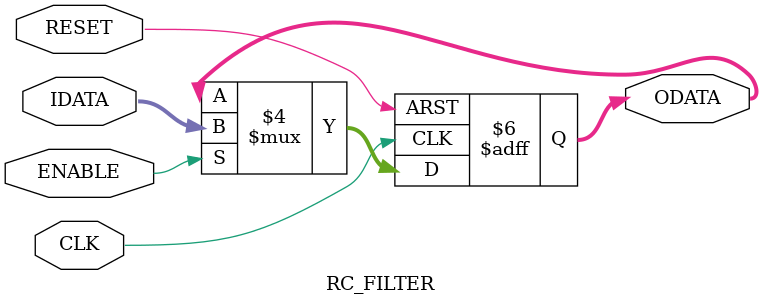
<source format=v>
/*
 * 移動平均フィルタの実装
 * y[n] = a * y[i-1] + (1-a) * x[i]
 * ----------------------------------------------------
 * ENABLE : フィルタの動作タイミングを決めるパルス信号
 * IDATA  : 32bitオーディオデータを指定
 * ODATA  : フィルタをかけたオーディオデータを出力
 */
module RC_FILTER (
    input CLK, RESET, ENABLE,
    input [31:0] IDATA,
    output reg [31:0] ODATA
);

reg [31:0] old;

always @(posedge CLK, negedge RESET) begin
    if (RESET == 1'b0) begin
        old <= 0;
		  ODATA <= 0;
    end else if (ENABLE == 1'b1) begin
		  //old <= (old >> 1) + (old >> 2) + (old >> 5) + (old >> 6) + (IDATA >> 3) + (IDATA >> 4) + (IDATA >> 7);
        //ODATA <= old;
         ODATA <= IDATA; // そのまま通過、テスト
    end
end
     
 endmodule
</source>
